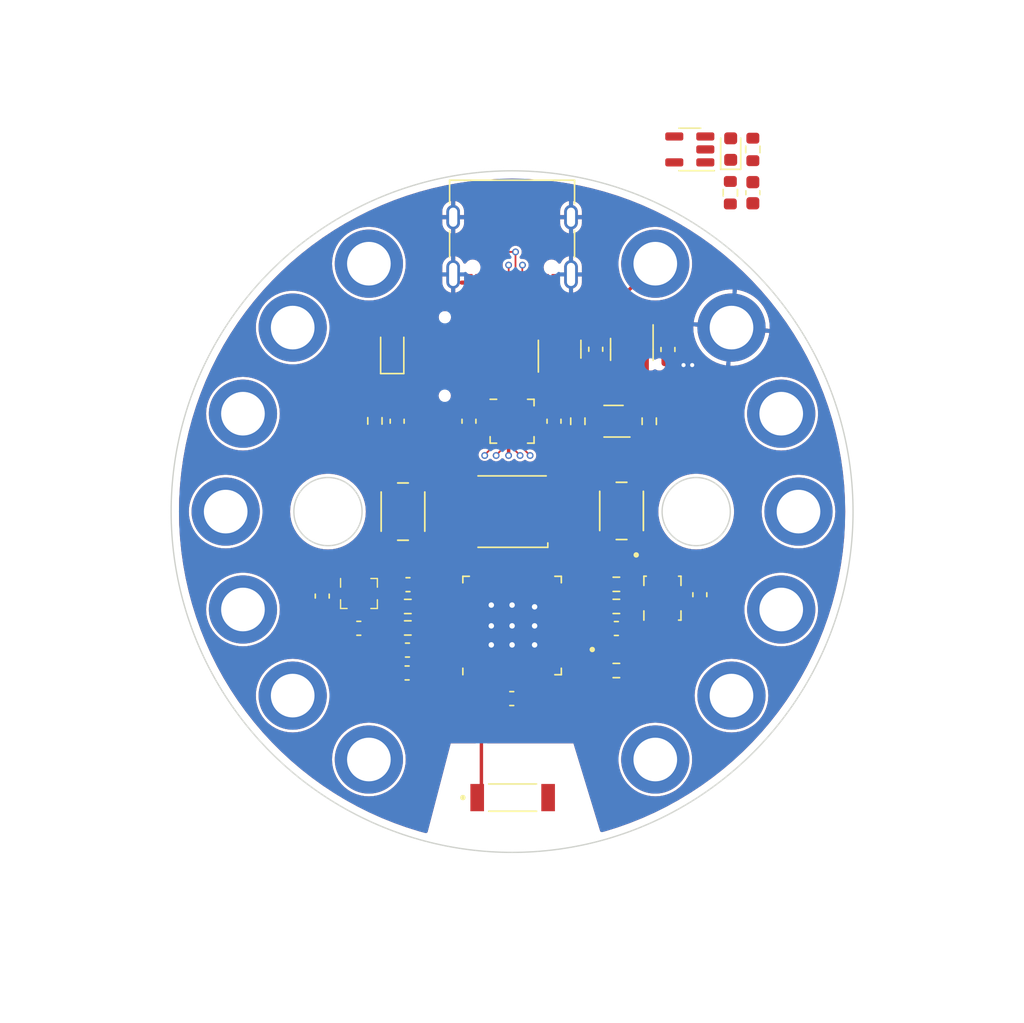
<source format=kicad_pcb>
(kicad_pcb (version 20221018) (generator pcbnew)
  (title_block (title "OpenWear") (date "2023-10-14") (rev "V 0.2") (company "Zhejiang University") (comment 1 "DTB Lab") (comment 2 "https://github.com/anxndsgn/OpenWear") (comment 3 "CC-BY-SA 3.0") (comment 4 "Xin An"))
  (layers (0 "F.Cu" signal) (1 "In1.Cu" signal) (2 "In2.Cu" signal) (31 "B.Cu" mixed) (34 "B.Paste" user) (35 "F.Paste" user) (36 "B.SilkS" user "B.Silkscreen") (37 "F.SilkS" user "F.Silkscreen") (38 "B.Mask" user) (39 "F.Mask" user) (44 "Edge.Cuts" user))
  (net 0 "")
  (net 1 "GND")
  (net 2 "VBUS")
  (net 4 "/D+")
  (net 5 "/D-")
  (net 8 "+3V3")
  (net 9 "Net-(U1-LNA_IN)")
  (net 11 "/NEOPIXEL")
  (net 16 "Net-(U5-PROG)")
  (net 18 "LIGHT_SENSOR")
  (net 21 "/IO25")
  (net 22 "/IO26")
  (net 23 "/IO27")
  (net 24 "/IO14")
  (net 25 "/IO12")
  (net 26 "/IO13")
  (net 27 "/IO15")
  (net 28 "/IO2")
  (net 29 "/IO4")
  (net 30 "VCC")
  (net 31 "/SCL1")
  (net 36 "/SDA1")
  (net 41 "/SCL")
  (net 42 "/SDA")
  (net 44 "/IO21")
  (net 45 "/IO22")
  (net 46 "Net-(Q1A-B1)")
  (net 52 "/EN")
  (net 53 "/IO0")
  (net 54 "Net-(Q1B-B2)")
  (net 55 "+3.3V")
  (net 56 "NEOPIXEL_I2C_POWER")
  (net 63 "/TX")
  (net 64 "/RX")
  (net 65 "/DTR")
  (net 66 "/RTS")
  (net 67 "+5V")
  (net 68 "+BATT")
  (net 70 "Net-(D3-K)")
  (net 71 "Net-(D3-A)")
  (footprint "Resistor_SMD:R_0603_1608Metric" (layer "F.Cu") (at 160.05665 83.3706 90)
    (fp_text reference "R4" hide)
    (fp_text value "10K")
    (fp_line (start -0.237258 -0.5225) (end 0.237258 -0.5225) (stroke (width 0.12)) (layer "F.SilkS"))
    (fp_line (start -0.237258 0.5225) (end 0.237258 0.5225) (stroke (width 0.12)) (layer "F.SilkS"))
    (pad "1" smd roundrect (at -0.825 0 90) (size 0.8 0.95) (layers "F.Cu" "F.Paste" "F.Mask") (net 66 "/RTS"))
    (pad "2" smd roundrect (at 0.825 0 90) (size 0.8 0.95) (layers "F.Cu" "F.Paste" "F.Mask") (net 54 "Net-(Q1B-B2)"))
  )
  (footprint "ALS-PT19-315C_L177_TR8:XDCR_ALS-PT19-315C_L177_TR8" (layer "F.Cu") (at 157.6285 100.11745)
    (fp_text reference "A1" hide)
    (fp_text value "ALS-PT19-315C_L177_TR8" hide)
    (fp_circle (center -1.75 0) (end -1.65 0) (stroke (width 0.2)) (fill none) (layer "F.SilkS"))
    (pad "1" smd rect (at -0.75 0) (size 0.8 0.8) (layers "F.Cu" "F.Paste" "F.Mask") (net 8 "+3V3"))
    (pad "2" smd rect (at 0.75 0) (size 0.8 0.8) (layers "F.Cu" "F.Paste" "F.Mask") (net 18 "LIGHT_SENSOR"))
  )
  (footprint "Capacitor_SMD:C_0603_1608Metric" (layer "F.Cu") (at 136.0808 96.1976 90)
    (fp_text reference "C9" hide)
    (fp_text value "100nF")
    (fp_line (start -0.14058 -0.51) (end 0.14058 -0.51) (stroke (width 0.12)) (layer "F.SilkS"))
    (fp_line (start -0.14058 0.51) (end 0.14058 0.51) (stroke (width 0.12)) (layer "F.SilkS"))
    (pad "1" smd roundrect (at -0.775 0 90) (size 0.9 0.95) (layers "F.Cu" "F.Paste" "F.Mask") (net 8 "+3V3"))
    (pad "2" smd roundrect (at 0.775 0 90) (size 0.9 0.95) (layers "F.Cu" "F.Paste" "F.Mask") (net 1 "GND"))
  )
  (footprint "Capacitor_SMD:C_0603_1608Metric" (layer "F.Cu") (at 142.3292 100.16)
    (fp_text reference "C12" hide)
    (fp_text value "100nF")
    (fp_line (start -0.14058 -0.51) (end 0.14058 -0.51) (stroke (width 0.12)) (layer "F.SilkS"))
    (fp_line (start -0.14058 0.51) (end 0.14058 0.51) (stroke (width 0.12)) (layer "F.SilkS"))
    (pad "1" smd roundrect (at -0.775 0) (size 0.9 0.95) (layers "F.Cu" "F.Paste" "F.Mask") (net 1 "GND"))
    (pad "2" smd roundrect (at 0.775 0) (size 0.9 0.95) (layers "F.Cu" "F.Paste" "F.Mask") (net 8 "+3V3"))
  )
  (footprint "Capacitor_SMD:C_0603_1608Metric" (layer "F.Cu") (at 163.7668 96.096 90)
    (fp_text reference "C8" hide)
    (fp_text value "100nF")
    (fp_line (start -0.14058 -0.51) (end 0.14058 -0.51) (stroke (width 0.12)) (layer "F.SilkS"))
    (fp_line (start -0.14058 0.51) (end 0.14058 0.51) (stroke (width 0.12)) (layer "F.SilkS"))
    (pad "1" smd roundrect (at -0.775 0 90) (size 0.9 0.95) (layers "F.Cu" "F.Paste" "F.Mask") (net 8 "+3V3"))
    (pad "2" smd roundrect (at 0.775 0 90) (size 0.9 0.95) (layers "F.Cu" "F.Paste" "F.Mask") (net 1 "GND"))
  )
  (footprint "Package_TO_SOT_SMD:SOT-23" (layer "F.Cu") (at 153.486084 78.085105 90)
    (fp_text reference "Q2" hide)
    (fp_text value "DMG3415U" hide)
    (fp_line (start 0 -1.56) (end -1.675 -1.56) (stroke (width 0.12)) (layer "F.SilkS"))
    (fp_line (start 0 -1.56) (end 0.65 -1.56) (stroke (width 0.12)) (layer "F.SilkS"))
    (fp_line (start 0 1.56) (end -0.65 1.56) (stroke (width 0.12)) (layer "F.SilkS"))
    (fp_line (start 0 1.56) (end 0.65 1.56) (stroke (width 0.12)) (layer "F.SilkS"))
    (pad "1" smd roundrect (at -0.9375 -0.95 90) (size 1.475 0.6) (layers "F.Cu" "F.Paste" "F.Mask") (net 67 "+5V"))
    (pad "2" smd roundrect (at -0.9375 0.95 90) (size 1.475 0.6) (layers "F.Cu" "F.Paste" "F.Mask") (net 30 "VCC"))
    (pad "3" smd roundrect (at 0.9375 0 90) (size 1.475 0.6) (layers "F.Cu" "F.Paste" "F.Mask") (net 68 "+BATT"))
  )
  (footprint "Capacitor_SMD:C_0603_1608Metric" (layer "F.Cu") (at 142.3038 101.8364)
    (fp_text reference "C13" hide)
    (fp_text value "100nF")
    (fp_line (start -0.14058 -0.51) (end 0.14058 -0.51) (stroke (width 0.12)) (layer "F.SilkS"))
    (fp_line (start -0.14058 0.51) (end 0.14058 0.51) (stroke (width 0.12)) (layer "F.SilkS"))
    (pad "1" smd roundrect (at -0.775 0) (size 0.9 0.95) (layers "F.Cu" "F.Paste" "F.Mask") (net 1 "GND"))
    (pad "2" smd roundrect (at 0.775 0) (size 0.9 0.95) (layers "F.Cu" "F.Paste" "F.Mask") (net 8 "+3V3"))
  )
  (footprint "RING:RING" (layer "F.Cu") (at 150 90)
    (fp_text reference "J2" hide)
    (fp_text value "Connector" hide)
    (pad "1" thru_hole circle (at -10.5 -18.186533 300) (size 5 5) (drill 3.2) (layers "*.Cu" "*.Mask") (net 8 "+3V3"))
    (pad "2" thru_hole circle (at -16.086933 -13.49854 320) (size 5 5) (drill 3.2) (layers "*.Cu" "*.Mask") (net 29 "/IO4"))
    (pad "3" thru_hole circle (at -19.733545 -7.182423 340) (size 5 5) (drill 3.2) (layers "*.Cu" "*.Mask") (net 28 "/IO2"))
    (pad "4" thru_hole circle (at -21 0) (size 5 5) (drill 3.2) (layers "*.Cu" "*.Mask") (net 31 "/SCL1"))
    (pad "5" thru_hole circle (at -19.733545 7.182423 20) (size 5 5) (drill 3.2) (layers "*.Cu" "*.Mask") (net 36 "/SDA1"))
    (pad "6" thru_hole circle (at -16.086933 13.49854 40) (size 5 5) (drill 3.2) (layers "*.Cu" "*.Mask") (net 22 "/IO26"))
    (pad "7" thru_hole circle (at -10.5 18.186533 60) (size 5 5) (drill 3.2) (layers "*.Cu" "*.Mask") (net 21 "/IO25"))
    (pad "8" thru_hole circle (at 10.5 18.186533 120) (size 5 5) (drill 3.2) (layers "*.Cu" "*.Mask") (net 23 "/IO27"))
    (pad "9" thru_hole circle (at 16.086933 13.49854 140) (size 5 5) (drill 3.2) (layers "*.Cu" "*.Mask") (net 24 "/IO14"))
    (pad "10" thru_hole circle (at 19.733545 7.182423 160) (size 5 5) (drill 3.2) (layers "*.Cu" "*.Mask") (net 25 "/IO12"))
    (pad "11" thru_hole circle (at 21 0 180) (size 5 5) (drill 3.2) (layers "*.Cu" "*.Mask") (net 26 "/IO13"))
    (pad "12" thru_hole circle (at 19.733545 -7.182423 200) (size 5 5) (drill 3.2) (layers "*.Cu" "*.Mask") (net 27 "/IO15"))
    (pad "13" thru_hole circle (at 16.086933 -13.49854 220) (size 5 5) (drill 3.2) (layers "*.Cu" "*.Mask") (net 1 "GND"))
    (pad "14" thru_hole circle (at 10.5 -18.186533 240) (size 5 5) (drill 3.2) (layers "*.Cu" "*.Mask") (net 30 "VCC"))
  )
  (footprint "Package_LGA:Bosch_LGA-8_2x2.5mm_P0.65mm_ClockwisePinNumbering" (layer "F.Cu") (at 138.7732 96.007)
    (fp_text reference "U2" hide)
    (fp_text value "BMP280" hide)
    (fp_line (start -1.35 -0.46) (end -1.35 -1.1) (stroke (width 0.1)) (layer "F.SilkS"))
    (fp_line (start -1.35 1.1) (end -1.35 0.46) (stroke (width 0.1)) (layer "F.SilkS"))
    (fp_line (start -1.35 1.1) (end -0.87 1.1) (stroke (width 0.1)) (layer "F.SilkS"))
    (fp_line (start 0.87 -1.1) (end 1.35 -1.1) (stroke (width 0.1)) (layer "F.SilkS"))
    (fp_line (start 0.87 1.1) (end 1.35 1.1) (stroke (width 0.1)) (layer "F.SilkS"))
    (fp_line (start 1.35 -0.46) (end 1.35 -1.1) (stroke (width 0.1)) (layer "F.SilkS"))
    (fp_line (start 1.35 1.1) (end 1.35 0.46) (stroke (width 0.1)) (layer "F.SilkS"))
    (pad "1" smd rect (at -0.975 -0.8 90) (size 0.5 0.35) (layers "F.Cu" "F.Paste" "F.Mask") (net 1 "GND"))
    (pad "2" smd rect (at -0.325 -0.8 90) (size 0.5 0.35) (layers "F.Cu" "F.Paste" "F.Mask") (net 8 "+3V3"))
    (pad "3" smd rect (at 0.325 -0.8 90) (size 0.5 0.35) (layers "F.Cu" "F.Paste" "F.Mask") (net 42 "/SDA"))
    (pad "4" smd rect (at 0.975 -0.8 90) (size 0.5 0.35) (layers "F.Cu" "F.Paste" "F.Mask") (net 41 "/SCL"))
    (pad "5" smd rect (at 0.975 0.8 90) (size 0.5 0.35) (layers "F.Cu" "F.Paste" "F.Mask") (net 1 "GND"))
    (pad "6" smd rect (at 0.325 0.8 90) (size 0.5 0.35) (layers "F.Cu" "F.Paste" "F.Mask") (net 8 "+3V3"))
    (pad "7" smd rect (at -0.325 0.8 90) (size 0.5 0.35) (layers "F.Cu" "F.Paste" "F.Mask") (net 1 "GND"))
    (pad "8" smd rect (at -0.975 0.8 90) (size 0.5 0.35) (layers "F.Cu" "F.Paste" "F.Mask") (net 8 "+3V3"))
  )
  (footprint "Resistor_SMD:R_0603_1608Metric" (layer "F.Cu") (at 142.3546 98.5344)
    (fp_text reference "R9" hide)
    (fp_text value "0")
    (fp_line (start -0.237258 -0.5225) (end 0.237258 -0.5225) (stroke (width 0.12)) (layer "F.SilkS"))
    (fp_line (start -0.237258 0.5225) (end 0.237258 0.5225) (stroke (width 0.12)) (layer "F.SilkS"))
    (pad "1" smd roundrect (at -0.825 0) (size 0.8 0.95) (layers "F.Cu" "F.Paste" "F.Mask") (net 42 "/SDA"))
    (pad "2" smd roundrect (at 0.825 0) (size 0.8 0.95) (layers "F.Cu" "F.Paste" "F.Mask") (net 44 "/IO21"))
  )
  (footprint "TL3365AF180QG:SW_TL3365AF180QG" (layer "F.Cu") (at 142 90 -90)
    (fp_text reference "S1" hide)
    (fp_text value "TL3365AF180QG" hide)
    (fp_line (start -2.1 -0.3865) (end -2.1 0.3865) (stroke (width 0.127)) (layer "F.SilkS"))
    (fp_line (start -1.4365 1.6) (end 1.4365 1.6) (stroke (width 0.127)) (layer "F.SilkS"))
    (fp_line (start 1.4365 -1.6) (end -1.4365 -1.6) (stroke (width 0.127)) (layer "F.SilkS"))
    (fp_line (start 2.1 0.3865) (end 2.1 -0.3865) (stroke (width 0.127)) (layer "F.SilkS"))
    (pad "1" smd rect (at -2.25 1.075 270) (size 1 0.75) (layers "F.Cu" "F.Paste" "F.Mask") (net 52 "/EN"))
    (pad "2" smd rect (at 2.25 1.075 270) (size 1 0.75) (layers "F.Cu" "F.Paste" "F.Mask"))
    (pad "3" smd rect (at -2.25 -1.075 270) (size 1 0.75) (layers "F.Cu" "F.Paste" "F.Mask"))
    (pad "4" smd rect (at 2.25 -1.075 270) (size 1 0.75) (layers "F.Cu" "F.Paste" "F.Mask") (net 1 "GND"))
  )
  (footprint "Package_TO_SOT_SMD:SOT-363_SC-70-6" (layer "F.Cu") (at 157.4389 83.3706 180)
    (fp_text reference "Q1" hide)
    (fp_text value "BC847B" hide)
    (fp_line (start -0.7 1.16) (end 0.7 1.16) (stroke (width 0.12)) (layer "F.SilkS"))
    (fp_line (start 0.7 -1.16) (end -1.2 -1.16) (stroke (width 0.12)) (layer "F.SilkS"))
    (pad "1" smd rect (at -0.95 -0.65 180) (size 0.65 0.4) (layers "F.Cu" "F.Paste" "F.Mask") (net 66 "/RTS"))
    (pad "2" smd rect (at -0.95 0 180) (size 0.65 0.4) (layers "F.Cu" "F.Paste" "F.Mask") (net 46 "Net-(Q1A-B1)"))
    (pad "3" smd rect (at -0.95 0.65 180) (size 0.65 0.4) (layers "F.Cu" "F.Paste" "F.Mask") (net 53 "/IO0"))
    (pad "4" smd rect (at 0.95 0.65 180) (size 0.65 0.4) (layers "F.Cu" "F.Paste" "F.Mask") (net 65 "/DTR"))
    (pad "5" smd rect (at 0.95 0 180) (size 0.65 0.4) (layers "F.Cu" "F.Paste" "F.Mask") (net 54 "Net-(Q1B-B2)"))
    (pad "6" smd rect (at 0.95 -0.65 180) (size 0.65 0.4) (layers "F.Cu" "F.Paste" "F.Mask") (net 52 "/EN"))
  )
  (footprint "Resistor_SMD:R_0603_1608Metric" (layer "F.Cu") (at 142.3546 96.9596)
    (fp_text reference "R10" hide)
    (fp_text value "0")
    (fp_line (start -0.237258 -0.5225) (end 0.237258 -0.5225) (stroke (width 0.12)) (layer "F.SilkS"))
    (fp_line (start -0.237258 0.5225) (end 0.237258 0.5225) (stroke (width 0.12)) (layer "F.SilkS"))
    (pad "1" smd roundrect (at -0.825 0) (size 0.8 0.95) (layers "F.Cu" "F.Paste" "F.Mask") (net 41 "/SCL"))
    (pad "2" smd roundrect (at 0.825 0) (size 0.8 0.95) (layers "F.Cu" "F.Paste" "F.Mask") (net 45 "/IO22"))
  )
  (footprint "YC0010AA:XCVR_YC0010AA" (layer "F.Cu") (at 150.0416 110.9804)
    (fp_text reference "E1" hide)
    (fp_text value "Antenna")
    (fp_line (start -1.75 -1) (end 1.75 -1) (stroke (width 0.127)) (layer "F.SilkS"))
    (fp_line (start -1.75 1) (end 1.75 1) (stroke (width 0.127)) (layer "F.SilkS"))
    (fp_circle (center -3.65 0) (end -3.55 0) (stroke (width 0.2)) (fill none) (layer "F.SilkS"))
    (pad "1" smd rect (at -2.6 0) (size 1 2) (layers "F.Cu" "F.Paste" "F.Mask") (net 9 "Net-(U1-LNA_IN)"))
    (pad "2" smd rect (at 2.6 0) (size 1 2) (layers "F.Cu" "F.Paste" "F.Mask"))
    (zone (net 0) (net_name "") (layer "F.Cu") (connect_pads (clearance 0)) (min_thickness 0.01)
      (keepout (tracks not_allowed) (vias not_allowed) (pads not_allowed) (copperpour not_allowed) (footprints allowed))
      (fill (thermal_gap 0.508) (thermal_bridge_width 0.508))
      (polygon (pts (xy 147.9416 109.9804) (xy 152.1416 109.9804) (xy 152.1416 111.9804) (xy 147.9416 111.9804)))
    )
  )
  (footprint "Capacitor_SMD:C_0603_1608Metric" (layer "F.Cu") (at 146.8379 83.3706 90)
    (fp_text reference "C4" hide)
    (fp_text value "100nF")
    (fp_line (start -0.14058 -0.51) (end 0.14058 -0.51) (stroke (width 0.12)) (layer "F.SilkS"))
    (fp_line (start -0.14058 0.51) (end 0.14058 0.51) (stroke (width 0.12)) (layer "F.SilkS"))
    (pad "1" smd roundrect (at -0.775 0 90) (size 0.9 0.95) (layers "F.Cu" "F.Paste" "F.Mask") (net 8 "+3V3"))
    (pad "2" smd roundrect (at 0.775 0 90) (size 0.9 0.95) (layers "F.Cu" "F.Paste" "F.Mask") (net 1 "GND"))
  )
  (footprint "Package_TO_SOT_SMD:SOT-23-5" (layer "F.Cu") (at 163.0302 63.4316 180)
    (fp_text reference "U5" hide)
    (fp_text value "MCP73831-2-OT" hide)
    (fp_line (start 0 -1.56) (end -1.8 -1.56) (stroke (width 0.12)) (layer "F.SilkS"))
    (fp_line (start 0 -1.56) (end 0.8 -1.56) (stroke (width 0.12)) (layer "F.SilkS"))
    (fp_line (start 0 1.56) (end -0.8 1.56) (stroke (width 0.12)) (layer "F.SilkS"))
    (fp_line (start 0 1.56) (end 0.8 1.56) (stroke (width 0.12)) (layer "F.SilkS"))
    (pad "1" smd roundrect (at -1.1375 -0.95 180) (size 1.325 0.6) (layers "F.Cu" "F.Paste" "F.Mask") (net 70 "Net-(D3-K)"))
    (pad "2" smd roundrect (at -1.1375 0 180) (size 1.325 0.6) (layers "F.Cu" "F.Paste" "F.Mask") (net 1 "GND"))
    (pad "3" smd roundrect (at -1.1375 0.95 180) (size 1.325 0.6) (layers "F.Cu" "F.Paste" "F.Mask") (net 68 "+BATT"))
    (pad "4" smd roundrect (at 1.1375 0.95 180) (size 1.325 0.6) (layers "F.Cu" "F.Paste" "F.Mask") (net 67 "+5V"))
    (pad "5" smd roundrect (at 1.1375 -0.95 180) (size 1.325 0.6) (layers "F.Cu" "F.Paste" "F.Mask") (net 16 "Net-(U5-PROG)"))
  )
  (footprint "Capacitor_SMD:C_0603_1608Metric" (layer "F.Cu") (at 161.427516 78.10786 90)
    (fp_text reference "C2" hide)
    (fp_text value "100nF" hide)
    (fp_line (start -0.14058 -0.51) (end 0.14058 -0.51) (stroke (width 0.12)) (layer "F.SilkS"))
    (fp_line (start -0.14058 0.51) (end 0.14058 0.51) (stroke (width 0.12)) (layer "F.SilkS"))
    (pad "1" smd roundrect (at -0.775 0 90) (size 0.9 0.95) (layers "F.Cu" "F.Paste" "F.Mask") (net 8 "+3V3"))
    (pad "2" smd roundrect (at 0.775 0 90) (size 0.9 0.95) (layers "F.Cu" "F.Paste" "F.Mask") (net 1 "GND"))
  )
  (footprint "Connector_USB:USB_C_Receptacle_G-Switch_GT-USB-7010ASV" (layer "F.Cu") (at 150 69.4768 180)
    (fp_text reference "J1" hide)
    (fp_text value "USB_C" hide)
    (fp_line (start -4.58 -1.85) (end -4.58 0.07) (stroke (width 0.12)) (layer "F.SilkS"))
    (fp_line (start -4.58 3.785) (end -4.58 2.08) (stroke (width 0.12)) (layer "F.SilkS"))
    (fp_line (start 4.58 0.07) (end 4.58 -1.85) (stroke (width 0.12)) (layer "F.SilkS"))
    (fp_line (start 4.58 2.08) (end 4.58 3.785) (stroke (width 0.12)) (layer "F.SilkS"))
    (fp_line (start 4.58 3.785) (end -4.58 3.785) (stroke (width 0.12)) (layer "F.SilkS"))
    (pad "" np_thru_hole circle (at -2.89 -2.605 180) (size 0.65 0.65) (drill 0.65) (layers "*.Cu" "*.Mask"))
    (pad "" np_thru_hole circle (at 2.89 -2.605 180) (size 0.65 0.65) (drill 0.65) (layers "*.Cu" "*.Mask"))
    (pad "A1" smd rect (at -3.2 -3.725 180) (size 0.6 1.24) (layers "F.Cu" "F.Paste" "F.Mask") (net 1 "GND"))
    (pad "A4" smd rect (at -2.4 -3.725 180) (size 0.6 1.24) (layers "F.Cu" "F.Paste" "F.Mask") (net 2 "VBUS"))
    (pad "A5" smd rect (at -1.25 -3.725 180) (size 0.3 1.24) (layers "F.Cu" "F.Paste" "F.Mask"))
    (pad "A6" smd rect (at -0.25 -3.725 180) (size 0.3 1.24) (layers "F.Cu" "F.Paste" "F.Mask") (net 4 "/D+"))
    (pad "A7" smd rect (at 0.25 -3.725 180) (size 0.3 1.24) (layers "F.Cu" "F.Paste" "F.Mask") (net 5 "/D-"))
    (pad "A8" smd rect (at 1.25 -3.725 180) (size 0.3 1.24) (layers "F.Cu" "F.Paste" "F.Mask"))
    (pad "A9" smd rect (at 2.4 -3.725 180) (size 0.6 1.24) (layers "F.Cu" "F.Paste" "F.Mask") (net 2 "VBUS"))
    (pad "A12" smd rect (at 3.2 -3.725 180) (size 0.6 1.24) (layers "F.Cu" "F.Paste" "F.Mask") (net 1 "GND"))
    (pad "B1" smd rect (at 3.2 -3.725 180) (size 0.6 1.24) (layers "F.Cu" "F.Paste" "F.Mask") (net 1 "GND"))
    (pad "B4" smd rect (at 2.4 -3.725 180) (size 0.6 1.24) (layers "F.Cu" "F.Paste" "F.Mask") (net 2 "VBUS"))
    (pad "B5" smd rect (at 1.75 -3.725 180) (size 0.3 1.24) (layers "F.Cu" "F.Paste" "F.Mask"))
    (pad "B6" smd rect (at 0.75 -3.725 180) (size 0.3 1.24) (layers "F.Cu" "F.Paste" "F.Mask") (net 4 "/D+"))
    (pad "B7" smd rect (at -0.75 -3.725 180) (size 0.3 1.24) (layers "F.Cu" "F.Paste" "F.Mask") (net 5 "/D-"))
    (pad "B8" smd rect (at -1.75 -3.725 180) (size 0.3 1.24) (layers "F.Cu" "F.Paste" "F.Mask"))
    (pad "B9" smd rect (at -2.4 -3.725 180) (size 0.6 1.24) (layers "F.Cu" "F.Paste" "F.Mask") (net 2 "VBUS"))
    (pad "B12" smd rect (at -3.2 -3.725 180) (size 0.6 1.24) (layers "F.Cu" "F.Paste" "F.Mask") (net 1 "GND"))
    (pad "S1" thru_hole oval (at -4.32 -3.125 180) (size 1 2.1) (drill oval 0.6 1.7) (layers "*.Cu" "*.Mask") (net 1 "GND"))
    (pad "S1" thru_hole oval (at -4.32 1.075 180) (size 1 1.8) (drill oval 0.6 1.4) (layers "*.Cu" "*.Mask") (net 1 "GND"))
    (pad "S1" thru_hole oval (at 4.32 -3.125 180) (size 1 2.1) (drill oval 0.6 1.7) (layers "*.Cu" "*.Mask") (net 1 "GND"))
    (pad "S1" thru_hole oval (at 4.32 1.075 180) (size 1 1.8) (drill oval 0.6 1.4) (layers "*.Cu" "*.Mask") (net 1 "GND"))
  )
  (footprint "Resistor_SMD:R_0603_1608Metric" (layer "F.Cu") (at 166.002 66.6066 -90)
    (fp_text reference "R2" hide)
    (fp_text value "4.7K")
    (fp_line (start -0.237258 -0.5225) (end 0.237258 -0.5225) (stroke (width 0.12)) (layer "F.SilkS"))
    (fp_line (start -0.237258 0.5225) (end 0.237258 0.5225) (stroke (width 0.12)) (layer "F.SilkS"))
    (pad "1" smd roundrect (at -0.825 0 270) (size 0.8 0.95) (layers "F.Cu" "F.Paste" "F.Mask") (net 68 "+BATT"))
    (pad "2" smd roundrect (at 0.825 0 270) (size 0.8 0.95) (layers "F.Cu" "F.Paste" "F.Mask") (net 16 "Net-(U5-PROG)"))
  )
  (footprint "Package_LGA:LGA-14_3x2.5mm_P0.5mm_LayoutBorder3x4y" (layer "F.Cu") (at 161.0236 96.35 90)
    (fp_text reference "U6" hide)
    (fp_text value "LSM6DS3" hide)
    (fp_line (start -1.61 1.36) (end -1.61 1.185) (stroke (width 0.12)) (layer "F.SilkS"))
    (fp_line (start -0.935 -1.36) (end -1.61 -1.36) (stroke (width 0.12)) (layer "F.SilkS"))
    (fp_line (start -0.935 1.36) (end -1.61 1.36) (stroke (width 0.12)) (layer "F.SilkS"))
    (fp_line (start 0.935 -1.36) (end 1.61 -1.36) (stroke (width 0.12)) (layer "F.SilkS"))
    (fp_line (start 0.935 1.36) (end 1.61 1.36) (stroke (width 0.12)) (layer "F.SilkS"))
    (fp_line (start 1.61 -1.36) (end 1.61 -1.185) (stroke (width 0.12)) (layer "F.SilkS"))
    (fp_line (start 1.61 1.36) (end 1.61 1.185) (stroke (width 0.12)) (layer "F.SilkS"))
    (pad "1" smd roundrect (at -1.1625 -0.75 90) (size 0.625 0.35) (layers "F.Cu" "F.Paste" "F.Mask"))
    (pad "2" smd roundrect (at -1.1625 -0.25 90) (size 0.625 0.35) (layers "F.Cu" "F.Paste" "F.Mask"))
    (pad "3" smd roundrect (at -1.1625 0.25 90) (size 0.625 0.35) (layers "F.Cu" "F.Paste" "F.Mask"))
    (pad "4" smd roundrect (at -1.1625 0.75 90) (size 0.625 0.35) (layers "F.Cu" "F.Paste" "F.Mask"))
    (pad "5" smd roundrect (at -0.5 0.9125 90) (size 0.35 0.625) (layers "F.Cu" "F.Paste" "F.Mask") (net 8 "+3V3"))
    (pad "6" smd roundrect (at 0 0.9125 90) (size 0.35 0.625) (layers "F.Cu" "F.Paste" "F.Mask") (net 1 "GND"))
    (pad "7" smd roundrect (at 0.5 0.9125 90) (size 0.35 0.625) (layers "F.Cu" "F.Paste" "F.Mask") (net 1 "GND"))
    (pad "8" smd roundrect (at 1.1625 0.75 90) (size 0.625 0.35) (layers "F.Cu" "F.Paste" "F.Mask") (net 8 "+3V3"))
    (pad "9" smd roundrect (at 1.1625 0.25 90) (size 0.625 0.35) (layers "F.Cu" "F.Paste" "F.Mask"))
    (pad "10" smd roundrect (at 1.1625 -0.25 90) (size 0.625 0.35) (layers "F.Cu" "F.Paste" "F.Mask"))
    (pad "11" smd roundrect (at 1.1625 -0.75 90) (size 0.625 0.35) (layers "F.Cu" "F.Paste" "F.Mask"))
    (pad "12" smd roundrect (at 0.5 -0.9125 90) (size 0.35 0.625) (layers "F.Cu" "F.Paste" "F.Mask"))
    (pad "13" smd roundrect (at 0 -0.9125 90) (size 0.35 0.625) (layers "F.Cu" "F.Paste" "F.Mask") (net 41 "/SCL"))
    (pad "14" smd roundrect (at -0.5 -0.9125 90) (size 0.35 0.625) (layers "F.Cu" "F.Paste" "F.Mask") (net 42 "/SDA"))
  )
  (footprint "Capacitor_SMD:C_0603_1608Metric" (layer "F.Cu") (at 149.9746 103.716 180)
    (fp_text reference "C11" hide)
    (fp_text value "100nF")
    (fp_line (start -0.14058 -0.51) (end 0.14058 -0.51) (stroke (width 0.12)) (layer "F.SilkS"))
    (fp_line (start -0.14058 0.51) (end 0.14058 0.51) (stroke (width 0.12)) (layer "F.SilkS"))
    (pad "1" smd roundrect (at -0.775 0 180) (size 0.9 0.95) (layers "F.Cu" "F.Paste" "F.Mask") (net 1 "GND"))
    (pad "2" smd roundrect (at 0.775 0 180) (size 0.9 0.95) (layers "F.Cu" "F.Paste" "F.Mask") (net 8 "+3V3"))
  )
  (footprint "Capacitor_SMD:C_0603_1608Metric" (layer "F.Cu") (at 156.133226 78.09269 90)
    (fp_text reference "C1" hide)
    (fp_text value "100nF" hide)
    (fp_line (start -0.14058 -0.51) (end 0.14058 -0.51) (stroke (width 0.12)) (layer "F.SilkS"))
    (fp_line (start -0.14058 0.51) (end 0.14058 0.51) (stroke (width 0.12)) (layer "F.SilkS"))
    (pad "1" smd roundrect (at -0.775 0 90) (size 0.9 0.95) (layers "F.Cu" "F.Paste" "F.Mask") (net 30 "VCC"))
    (pad "2" smd roundrect (at 0.775 0 90) (size 0.9 0.95) (layers "F.Cu" "F.Paste" "F.Mask") (net 1 "GND"))
  )
  (footprint "LED_SMD:LED_Inolux_IN-PI554FCH_PLCC4_5.0x5.0mm_P3.2mm" (layer "F.Cu") (at 150 90 180)
    (fp_text reference "D1" hide)
    (fp_text value "Inolux_IN-PI554FCH" hide)
    (fp_line (start -2.62 -2.62) (end 2.5 -2.62) (stroke (width 0.12)) (layer "F.SilkS"))
    (fp_line (start -2.62 -2.3) (end -2.62 -2.62) (stroke (width 0.12)) (layer "F.SilkS"))
    (fp_line (start -2.5 2.62) (end 2.5 2.62) (stroke (width 0.12)) (layer "F.SilkS"))
    (pad "1" smd rect (at -2.45 -1.6 180) (size 1.5 1) (layers "F.Cu" "F.Paste" "F.Mask") (net 1 "GND"))
    (pad "2" smd rect (at -2.45 1.6 180) (size 1.5 1) (layers "F.Cu" "F.Paste" "F.Mask") (net 11 "/NEOPIXEL"))
    (pad "3" smd rect (at 2.45 1.6 180) (size 1.5 1) (layers "F.Cu" "F.Paste" "F.Mask") (net 56 "NEOPIXEL_I2C_POWER"))
    (pad "4" smd rect (at 2.45 -1.6 180) (size 1.5 1) (layers "F.Cu" "F.Paste" "F.Mask"))
  )
  (footprint "Package_TO_SOT_SMD:SOT-23-5" (layer "F.Cu") (at 158.780368 78.100275 -90)
    (fp_text reference "U4" hide)
    (fp_text value "TLV70233_SOT23-5" hide)
    (fp_line (start 0 -1.56) (end -1.8 -1.56) (stroke (width 0.12)) (layer "F.SilkS"))
    (fp_line (start 0 -1.56) (end 0.8 -1.56) (stroke (width 0.12)) (layer "F.SilkS"))
    (fp_line (start 0 1.56) (end -0.8 1.56) (stroke (width 0.12)) (layer "F.SilkS"))
    (fp_line (start 0 1.56) (end 0.8 1.56) (stroke (width 0.12)) (layer "F.SilkS"))
    (pad "1" smd roundrect (at -1.1375 -0.95 270) (size 1.325 0.6) (layers "F.Cu" "F.Paste" "F.Mask") (net 30 "VCC"))
    (pad "2" smd roundrect (at -1.1375 0 270) (size 1.325 0.6) (layers "F.Cu" "F.Paste" "F.Mask") (net 1 "GND"))
    (pad "3" smd roundrect (at -1.1375 0.95 270) (size 1.325 0.6) (layers "F.Cu" "F.Paste" "F.Mask") (net 30 "VCC"))
    (pad "4" smd roundrect (at 1.1375 0.95 270) (size 1.325 0.6) (layers "F.Cu" "F.Paste" "F.Mask"))
    (pad "5" smd roundrect (at 1.1375 -0.95 270) (size 1.325 0.6) (layers "F.Cu" "F.Paste" "F.Mask") (net 8 "+3V3"))
  )
  (footprint "LED_SMD:LED_0603_1608Metric" (layer "F.Cu") (at 166.0274 63.4062 90)
    (fp_text reference "D3" hide)
    (fp_text value "LED" hide)
    (fp_line (start -1.485 -0.735) (end -1.485 0.735) (stroke (width 0.12)) (layer "F.SilkS"))
    (fp_line (start -1.485 0.735) (end 0.8 0.735) (stroke (width 0.12)) (layer "F.SilkS"))
    (fp_line (start 0.8 -0.735) (end -1.485 -0.735) (stroke (width 0.12)) (layer "F.SilkS"))
    (pad "1" smd roundrect (at -0.7875 0 90) (size 0.875 0.95) (layers "F.Cu" "F.Paste" "F.Mask") (net 70 "Net-(D3-K)"))
    (pad "2" smd roundrect (at 0.7875 0 90) (size 0.875 0.95) (layers "F.Cu" "F.Paste" "F.Mask") (net 71 "Net-(D3-A)"))
  )
  (footprint "Resistor_SMD:R_0603_1608Metric" (layer "F.Cu") (at 154.82115 83.3706 -90)
    (fp_text reference "R3" hide)
    (fp_text value "10K")
    (fp_line (start -0.237258 -0.5225) (end 0.237258 -0.5225) (stroke (width 0.12)) (layer "F.SilkS"))
    (fp_line (start -0.237258 0.5225) (end 0.237258 0.5225) (stroke (width 0.12)) (layer "F.SilkS"))
    (pad "1" smd roundrect (at -0.825 0 270) (size 0.8 0.95) (layers "F.Cu" "F.Paste" "F.Mask") (net 65 "/DTR"))
    (pad "2" smd roundrect (at 0.825 0 270) (size 0.8 0.95) (layers "F.Cu" "F.Paste" "F.Mask") (net 46 "Net-(Q1A-B1)"))
  )
  (footprint "Capacitor_SMD:C_0603_1608Metric" (layer "F.Cu") (at 157.6454 98.5763 180)
    (fp_text reference "C10" hide)
    (fp_text value "100nF")
    (fp_line (start -0.14058 -0.51) (end 0.14058 -0.51) (stroke (width 0.12)) (layer "F.SilkS"))
    (fp_line (start -0.14058 0.51) (end 0.14058 0.51) (stroke (width 0.12)) (layer "F.SilkS"))
    (pad "1" smd roundrect (at -0.775 0 180) (size 0.9 0.95) (layers "F.Cu" "F.Paste" "F.Mask") (net 1 "GND"))
    (pad "2" smd roundrect (at 0.775 0 180) (size 0.9 0.95) (layers "F.Cu" "F.Paste" "F.Mask") (net 8 "+3V3"))
  )
  (footprint "Capacitor_SMD:C_0603_1608Metric" (layer "F.Cu") (at 138.7608 98.5598)
    (fp_text reference "C7" hide)
    (fp_text value "100nF")
    (fp_line (start -0.14058 -0.51) (end 0.14058 -0.51) (stroke (width 0.12)) (layer "F.SilkS"))
    (fp_line (start -0.14058 0.51) (end 0.14058 0.51) (stroke (width 0.12)) (layer "F.SilkS"))
    (pad "1" smd roundrect (at -0.775 0) (size 0.9 0.95) (layers "F.Cu" "F.Paste" "F.Mask") (net 8 "+3V3"))
    (pad "2" smd roundrect (at 0.775 0) (size 0.9 0.95) (layers "F.Cu" "F.Paste" "F.Mask") (net 1 "GND"))
  )
  (footprint "Capacitor_SMD:C_0603_1608Metric" (layer "F.Cu") (at 167.653 66.6066 90)
    (fp_text reference "C3" hide)
    (fp_text value "100nF")
    (fp_line (start -0.14058 -0.51) (end 0.14058 -0.51) (stroke (width 0.12)) (layer "F.SilkS"))
    (fp_line (start -0.14058 0.51) (end 0.14058 0.51) (stroke (width 0.12)) (layer "F.SilkS"))
    (pad "1" smd roundrect (at -0.775 0 90) (size 0.9 0.95) (layers "F.Cu" "F.Paste" "F.Mask") (net 1 "GND"))
    (pad "2" smd roundrect (at 0.775 0 90) (size 0.9 0.95) (layers "F.Cu" "F.Paste" "F.Mask") (net 68 "+BATT"))
  )
  (footprint "Resistor_SMD:R_0603_1608Metric" (layer "F.Cu") (at 157.6454 96.95515 180)
    (fp_text reference "R8" hide)
    (fp_text value "10K")
    (fp_line (start -0.237258 -0.5225) (end 0.237258 -0.5225) (stroke (width 0.12)) (layer "F.SilkS"))
    (fp_line (start -0.237258 0.5225) (end 0.237258 0.5225) (stroke (width 0.12)) (layer "F.SilkS"))
    (pad "1" smd roundrect (at -0.825 0 180) (size 0.8 0.95) (layers "F.Cu" "F.Paste" "F.Mask") (net 42 "/SDA"))
    (pad "2" smd roundrect (at 0.825 0 180) (size 0.8 0.95) (layers "F.Cu" "F.Paste" "F.Mask") (net 56 "NEOPIXEL_I2C_POWER"))
  )
  (footprint "TL3365AF180QG:SW_TL3365AF180QG" (layer "F.Cu") (at 158.0264 89.9492 90)
    (fp_text reference "S2" hide)
    (fp_text value "TL3365AF180QG" hide)
    (fp_line (start -2.1 -0.3865) (end -2.1 0.3865) (stroke (width 0.127)) (layer "F.SilkS"))
    (fp_line (start -1.4365 1.6) (end 1.4365 1.6) (stroke (width 0.127)) (layer "F.SilkS"))
    (fp_line (start 1.4365 -1.6) (end -1.4365 -1.6) (stroke (width 0.127)) (layer "F.SilkS"))
    (fp_line (start 2.1 0.3865) (end 2.1 -0.3865) (stroke (width 0.127)) (layer "F.SilkS"))
    (fp_circle (center -3.23 1.075) (end -3.13 1.075) (stroke (width 0.2)) (fill none) (layer "F.SilkS"))
    (pad "1" smd rect (at -2.25 1.075 90) (size 1 0.75) (layers "F.Cu" "F.Paste" "F.Mask") (net 53 "/IO0"))
    (pad "2" smd rect (at 2.25 1.075 90) (size 1 0.75) (layers "F.Cu" "F.Paste" "F.Mask"))
    (pad "3" smd rect (at -2.25 -1.075 90) (size 1 0.75) (layers "F.Cu" "F.Paste" "F.Mask"))
    (pad "4" smd rect (at 2.25 -1.075 90) (size 1 0.75) (layers "F.Cu" "F.Paste" "F.Mask") (net 1 "GND"))
  )
  (footprint "Capacitor_SMD:C_0603_1608Metric" (layer "F.Cu") (at 141.57365 83.3706 -90)
    (fp_text reference "C6" hide)
    (fp_text value "100nF")
    (fp_line (start -0.14058 -0.51) (end 0.14058 -0.51) (stroke (width 0.12)) (layer "F.SilkS"))
    (fp_line (start -0.14058 0.51) (end 0.14058 0.51) (stroke (width 0.12)) (layer "F.SilkS"))
    (pad "1" smd roundrect (at -0.775 0 270) (size 0.9 0.95) (layers "F.Cu" "F.Paste" "F.Mask") (net 1 "GND"))
    (pad "2" smd roundrect (at 0.775 0 270) (size 0.9 0.95) (layers "F.Cu" "F.Paste" "F.Mask") (net 52 "/EN"))
  )
  (footprint "Resistor_SMD:R_0603_1608Metric" (layer "F.Cu") (at 157.6454 101.6586)
    (fp_text reference "R6" hide)
    (fp_text value "10K")
    (fp_line (start -0.237258 -0.5225) (end 0.237258 -0.5225) (stroke (width 0.12)) (layer "F.SilkS"))
    (fp_line (start -0.237258 0.5225) (end 0.237258 0.5225) (stroke (width 0.12)) (layer "F.SilkS"))
    (pad "1" smd roundrect (at -0.825 0) (size 0.8 0.95) (layers "F.Cu" "F.Paste" "F.Mask") (net 1 "GND"))
    (pad "2" smd roundrect (at 0.825 0) (size 0.8 0.95) (layers "F.Cu" "F.Paste" "F.Mask") (net 18 "LIGHT_SENSOR"))
  )
  (footprint "Diode_SMD:D_SOD-323" (layer "F.Cu") (at 141.2116 78.2652 90)
    (fp_text reference "D2" hide)
    (fp_text value "1N5819WS" hide)
    (fp_line (start -1.61 -0.85) (end -1.61 0.85) (stroke (width 0.12)) (layer "F.SilkS"))
    (fp_line (start -1.61 -0.85) (end 1.05 -0.85) (stroke (width 0.12)) (layer "F.SilkS"))
    (fp_line (start -1.61 0.85) (end 1.05 0.85) (stroke (width 0.12)) (layer "F.SilkS"))
    (pad "1" smd roundrect (at -1.05 0 90) (size 0.6 0.45) (layers "F.Cu" "F.Paste" "F.Mask") (net 67 "+5V"))
    (pad "2" smd roundrect (at 1.05 0 90) (size 0.6 0.45) (layers "F.Cu" "F.Paste" "F.Mask") (net 2 "VBUS"))
  )
  (footprint "Capacitor_SMD:C_0603_1608Metric" (layer "F.Cu") (at 153.0734 83.3706 90)
    (fp_text reference "C5" hide)
    (fp_text value "100nF")
    (fp_line (start -0.14058 -0.51) (end 0.14058 -0.51) (stroke (width 0.12)) (layer "F.SilkS"))
    (fp_line (start -0.14058 0.51) (end 0.14058 0.51) (stroke (width 0.12)) (layer "F.SilkS"))
    (pad "1" smd roundrect (at -0.775 0 90) (size 0.9 0.95) (layers "F.Cu" "F.Paste" "F.Mask") (net 8 "+3V3"))
    (pad "2" smd roundrect (at 0.775 0 90) (size 0.9 0.95) (layers "F.Cu" "F.Paste" "F.Mask") (net 1 "GND"))
  )
  (footprint "Resistor_SMD:R_0603_1608Metric" (layer "F.Cu") (at 157.6454 95.334 180)
    (fp_text reference "R7" hide)
    (fp_text value "10K")
    (fp_line (start -0.237258 -0.5225) (end 0.237258 -0.5225) (stroke (width 0.12)) (layer "F.SilkS"))
    (fp_line (start -0.237258 0.5225) (end 0.237258 0.5225) (stroke (width 0.12)) (layer "F.SilkS"))
    (pad "1" smd roundrect (at -0.825 0 180) (size 0.8 0.95) (layers "F.Cu" "F.Paste" "F.Mask") (net 41 "/SCL"))
    (pad "2" smd roundrect (at 0.825 0 180) (size 0.8 0.95) (layers "F.Cu" "F.Paste" "F.Mask") (net 56 "NEOPIXEL_I2C_POWER"))
  )
  (footprint "Package_DFN_QFN:QFN-16-1EP_3x3mm_P0.5mm_EP1.9x1.9mm" (layer "F.Cu") (at 150 83.3706)
    (fp_text reference "U3" hide)
    (fp_text value "CH343P")
    (fp_line (start -1.61 1.61) (end -1.61 1.135) (stroke (width 0.12)) (layer "F.SilkS"))
    (fp_line (start -1.135 -1.61) (end -1.61 -1.61) (stroke (width 0.12)) (layer "F.SilkS"))
    (fp_line (start -1.135 1.61) (end -1.61 1.61) (stroke (width 0.12)) (layer "F.SilkS"))
    (fp_line (start 1.135 -1.61) (end 1.61 -1.61) (stroke (width 0.12)) (layer "F.SilkS"))
    (fp_line (start 1.135 1.61) (end 1.61 1.61) (stroke (width 0.12)) (layer "F.SilkS"))
    (fp_line (start 1.61 -1.61) (end 1.61 -1.135) (stroke (width 0.12)) (layer "F.SilkS"))
    (fp_line (start 1.61 1.61) (end 1.61 1.135) (stroke (width 0.12)) (layer "F.SilkS"))
    (pad "1" smd roundrect (at -1.5125 -0.75) (size 0.675 0.25) (layers "F.Cu" "F.Paste" "F.Mask") (net 8 "+3V3"))
    (pad "2" smd roundrect (at -1.5125 -0.25) (size 0.675 0.25) (layers "F.Cu" "F.Paste" "F.Mask") (net 1 "GND"))
    (pad "3" smd roundrect (at -1.5125 0.25) (size 0.675 0.25) (layers "F.Cu" "F.Paste" "F.Mask") (net 8 "+3V3"))
    (pad "4" smd roundrect (at -1.5125 0.75) (size 0.675 0.25) (layers "F.Cu" "F.Paste" "F.Mask") (net 63 "/TX"))
    (pad "5" smd roundrect (at -0.75 1.5125) (size 0.25 0.675) (layers "F.Cu" "F.Paste" "F.Mask") (net 64 "/RX"))
    (pad "6" smd roundrect (at -0.25 1.5125) (size 0.25 0.675) (layers "F.Cu" "F.Paste" "F.Mask") (net 8 "+3V3"))
    (pad "7" smd roundrect (at 0.25 1.5125) (size 0.25 0.675) (layers "F.Cu" "F.Paste" "F.Mask") (net 4 "/D+"))
    (pad "8" smd roundrect (at 0.75 1.5125) (size 0.25 0.675) (layers "F.Cu" "F.Paste" "F.Mask") (net 5 "/D-"))
    (pad "9" smd roundrect (at 1.5125 0.75) (size 0.675 0.25) (layers "F.Cu" "F.Paste" "F.Mask"))
    (pad "10" smd roundrect (at 1.5125 0.25) (size 0.675 0.25) (layers "F.Cu" "F.Paste" "F.Mask"))
    (pad "11" smd roundrect (at 1.5125 -0.25) (size 0.675 0.25) (layers "F.Cu" "F.Paste" "F.Mask"))
    (pad "12" smd roundrect (at 1.5125 -0.75) (size 0.675 0.25) (layers "F.Cu" "F.Paste" "F.Mask"))
    (pad "13" smd roundrect (at 0.75 -1.5125) (size 0.25 0.675) (layers "F.Cu" "F.Paste" "F.Mask"))
    (pad "14" smd roundrect (at 0.25 -1.5125) (size 0.25 0.675) (layers "F.Cu" "F.Paste" "F.Mask"))
    (pad "15" smd roundrect (at -0.25 -1.5125) (size 0.25 0.675) (layers "F.Cu" "F.Paste" "F.Mask"))
    (pad "16" smd roundrect (at -0.75 -1.5125) (size 0.25 0.675) (layers "F.Cu" "F.Paste" "F.Mask"))
    (pad "17" smd rect (at 0 0) (size 1.9 1.9) (layers "F.Cu" "F.Mask") (net 1 "GND"))
  )
  (footprint "Resistor_SMD:R_0603_1608Metric" (layer "F.Cu") (at 139.94145 83.3456 -90)
    (fp_text reference "R5" hide)
    (fp_text value "10K")
    (fp_line (start -0.237258 -0.5225) (end 0.237258 -0.5225) (stroke (width 0.12)) (layer "F.SilkS"))
    (fp_line (start -0.237258 0.5225) (end 0.237258 0.5225) (stroke (width 0.12)) (layer "F.SilkS"))
    (pad "1" smd roundrect (at -0.825 0 270) (size 0.8 0.95) (layers "F.Cu" "F.Paste" "F.Mask") (net 55 "+3.3V"))
    (pad "2" smd roundrect (at 0.825 0 270) (size 0.8 0.95) (layers "F.Cu" "F.Paste" "F.Mask") (net 52 "/EN"))
  )
  (footprint "Package_DFN_QFN:QFN-48-1EP_7x7mm_P0.5mm_EP5.3x5.3mm" (layer "F.Cu") (at 150 98.3554 90)
    (fp_text reference "U1" hide)
    (fp_text value "ESP32-PICO-D4" hide)
    (fp_line (start -3.61 3.61) (end -3.61 3.135) (stroke (width 0.12)) (layer "F.SilkS"))
    (fp_line (start -3.135 -3.61) (end -3.61 -3.61) (stroke (width 0.12)) (layer "F.SilkS"))
    (fp_line (start -3.135 3.61) (end -3.61 3.61) (stroke (width 0.12)) (layer "F.SilkS"))
    (fp_line (start 3.135 -3.61) (end 3.61 -3.61) (stroke (width 0.12)) (layer "F.SilkS"))
    (fp_line (start 3.135 3.61) (end 3.61 3.61) (stroke (width 0.12)) (layer "F.SilkS"))
    (fp_line (start 3.61 -3.61) (end 3.61 -3.135) (stroke (width 0.12)) (layer "F.SilkS"))
    (fp_line (start 3.61 3.61) (end 3.61 3.135) (stroke (width 0.12)) (layer "F.SilkS"))
    (pad "1" smd roundrect (at -3.45 -2.75 90) (size 0.8 0.25) (layers "F.Cu" "F.Paste" "F.Mask") (net 8 "+3V3"))
    (pad "2" smd roundrect (at -3.45 -2.25 90) (size 0.8 0.25) (layers "F.Cu" "F.Paste" "F.Mask") (net 9 "Net-(U1-LNA_IN)"))
    (pad "3" smd roundrect (at -3.45 -1.75 90) (size 0.8 0.25) (layers "F.Cu" "F.Paste" "F.Mask") (net 8 "+3V3"))
    (pad "4" smd roundrect (at -3.45 -1.25 90) (size 0.8 0.25) (layers "F.Cu" "F.Paste" "F.Mask") (net 8 "+3V3"))
    (pad "5" smd roundrect (at -3.45 -0.75 90) (size 0.8 0.25) (layers "F.Cu" "F.Paste" "F.Mask"))
    (pad "6" smd roundrect (at -3.45 -0.25 90) (size 0.8 0.25) (layers "F.Cu" "F.Paste" "F.Mask"))
    (pad "7" smd roundrect (at -3.45 0.25 90) (size 0.8 0.25) (layers "F.Cu" "F.Paste" "F.Mask"))
    (pad "8" smd roundrect (at -3.45 0.75 90) (size 0.8 0.25) (layers "F.Cu" "F.Paste" "F.Mask"))
    (pad "9" smd roundrect (at -3.45 1.25 90) (size 0.8 0.25) (layers "F.Cu" "F.Paste" "F.Mask") (net 52 "/EN"))
    (pad "10" smd roundrect (at -3.45 1.75 90) (size 0.8 0.25) (layers "F.Cu" "F.Paste" "F.Mask"))
    (pad "11" smd roundrect (at -3.45 2.25 90) (size 0.8 0.25) (layers "F.Cu" "F.Paste" "F.Mask") (net 18 "LIGHT_SENSOR"))
    (pad "12" smd roundrect (at -3.45 2.75 90) (size 0.8 0.25) (layers "F.Cu" "F.Paste" "F.Mask"))
    (pad "13" smd roundrect (at -2.75 3.45 90) (size 0.25 0.8) (layers "F.Cu" "F.Paste" "F.Mask"))
    (pad "14" smd roundrect (at -2.25 3.45 90) (size 0.25 0.8) (layers "F.Cu" "F.Paste" "F.Mask") (net 21 "/IO25"))
    (pad "15" smd roundrect (at -1.75 3.45 90) (size 0.25 0.8) (layers "F.Cu" "F.Paste" "F.Mask") (net 22 "/IO26"))
    (pad "16" smd roundrect (at -1.25 3.45 90) (size 0.25 0.8) (layers "F.Cu" "F.Paste" "F.Mask") (net 23 "/IO27"))
    (pad "17" smd roundrect (at -0.75 3.45 90) (size 0.25 0.8) (layers "F.Cu" "F.Paste" "F.Mask") (net 24 "/IO14"))
    (pad "18" smd roundrect (at -0.25 3.45 90) (size 0.25 0.8) (layers "F.Cu" "F.Paste" "F.Mask") (net 25 "/IO12"))
    (pad "19" smd roundrect (at 0.25 3.45 90) (size 0.25 0.8) (layers "F.Cu" "F.Paste" "F.Mask") (net 8 "+3V3"))
    (pad "20" smd roundrect (at 0.75 3.45 90) (size 0.25 0.8) (layers "F.Cu" "F.Paste" "F.Mask") (net 26 "/IO13"))
    (pad "21" smd roundrect (at 1.25 3.45 90) (size 0.25 0.8) (layers "F.Cu" "F.Paste" "F.Mask") (net 27 "/IO15"))
    (pad "22" smd roundrect (at 1.75 3.45 90) (size 0.25 0.8) (layers "F.Cu" "F.Paste" "F.Mask") (net 28 "/IO2"))
    (pad "23" smd roundrect (at 2.25 3.45 90) (size 0.25 0.8) (layers "F.Cu" "F.Paste" "F.Mask") (net 53 "/IO0"))
    (pad "24" smd roundrect (at 2.75 3.45 90) (size 0.25 0.8) (layers "F.Cu" "F.Paste" "F.Mask") (net 29 "/IO4"))
    (pad "25" smd roundrect (at 3.45 2.75 90) (size 0.8 0.25) (layers "F.Cu" "F.Paste" "F.Mask"))
    (pad "26" smd roundrect (at 3.45 2.25 90) (size 0.8 0.25) (layers "F.Cu" "F.Paste" "F.Mask"))
    (pad "27" smd roundrect (at 3.45 1.75 90) (size 0.8 0.25) (layers "F.Cu" "F.Paste" "F.Mask"))
    (pad "28" smd roundrect (at 3.45 1.25 90) (size 0.8 0.25) (layers "F.Cu" "F.Paste" "F.Mask"))
    (pad "29" smd roundrect (at 3.45 0.75 90) (size 0.8 0.25) (layers "F.Cu" "F.Paste" "F.Mask") (net 11 "/NEOPIXEL"))
    (pad "30" smd roundrect (at 3.45 0.25 90) (size 0.8 0.25) (layers "F.Cu" "F.Paste" "F.Mask"))
    (pad "31" smd roundrect (at 3.45 -0.25 90) (size 0.8 0.25) (layers "F.Cu" "F.Paste" "F.Mask"))
    (pad "32" smd roundrect (at 3.45 -0.75 90) (size 0.8 0.25) (layers "F.Cu" "F.Paste" "F.Mask"))
    (pad "33" smd roundrect (at 3.45 -1.25 90) (size 0.8 0.25) (layers "F.Cu" "F.Paste" "F.Mask"))
    (pad "34" smd roundrect (at 3.45 -1.75 90) (size 0.8 0.25) (layers "F.Cu" "F.Paste" "F.Mask") (net 56 "NEOPIXEL_I2C_POWER"))
    (pad "35" smd roundrect (at 3.45 -2.25 90) (size 0.8 0.25) (layers "F.Cu" "F.Paste" "F.Mask") (net 31 "/SCL1"))
    (pad "36" smd roundrect (at 3.45 -2.75 90) (size 0.8 0.25) (layers "F.Cu" "F.Paste" "F.Mask") (net 36 "/SDA1"))
    (pad "37" smd roundrect (at 2.75 -3.45 90) (size 0.25 0.8) (layers "F.Cu" "F.Paste" "F.Mask") (net 8 "+3V3"))
    (pad "38" smd roundrect (at 2.25 -3.45 90) (size 0.25 0.8) (layers "F.Cu" "F.Paste" "F.Mask"))
    (pad "39" smd roundrect (at 1.75 -3.45 90) (size 0.25 0.8) (layers "F.Cu" "F.Paste" "F.Mask") (net 45 "/IO22"))
    (pad "40" smd roundrect (at 1.25 -3.45 90) (size 0.25 0.8) (layers "F.Cu" "F.Paste" "F.Mask") (net 63 "/TX"))
    (pad "41" smd roundrect (at 0.75 -3.45 90) (size 0.25 0.8) (layers "F.Cu" "F.Paste" "F.Mask") (net 64 "/RX"))
    (pad "42" smd roundrect (at 0.25 -3.45 90) (size 0.25 0.8) (layers "F.Cu" "F.Paste" "F.Mask") (net 44 "/IO21"))
    (pad "43" smd roundrect (at -0.25 -3.45 90) (size 0.25 0.8) (layers "F.Cu" "F.Paste" "F.Mask") (net 8 "+3V3"))
    (pad "44" smd roundrect (at -0.75 -3.45 90) (size 0.25 0.8) (layers "F.Cu" "F.Paste" "F.Mask"))
    (pad "45" smd roundrect (at -1.25 -3.45 90) (size 0.25 0.8) (layers "F.Cu" "F.Paste" "F.Mask"))
    (pad "46" smd roundrect (at -1.75 -3.45 90) (size 0.25 0.8) (layers "F.Cu" "F.Paste" "F.Mask") (net 8 "+3V3"))
    (pad "47" smd roundrect (at -2.25 -3.45 90) (size 0.25 0.8) (layers "F.Cu" "F.Paste" "F.Mask"))
    (pad "48" smd roundrect (at -2.75 -3.45 90) (size 0.25 0.8) (layers "F.Cu" "F.Paste" "F.Mask"))
    (pad "49" smd rect (at 0 0 90) (size 5.3 5.3) (layers "F.Cu" "F.Mask") (net 1 "GND"))
  )
  (footprint "Capacitor_SMD:C_0603_1608Metric" (layer "F.Cu") (at 142.367 95.3594)
    (fp_text reference "C14" hide)
    (fp_text value "100nF")
    (fp_line (start -0.14058 -0.51) (end 0.14058 -0.51) (stroke (width 0.12)) (layer "F.SilkS"))
    (fp_line (start -0.14058 0.51) (end 0.14058 0.51) (stroke (width 0.12)) (layer "F.SilkS"))
    (pad "1" smd roundrect (at -0.775 0) (size 0.9 0.95) (layers "F.Cu" "F.Paste" "F.Mask") (net 1 "GND"))
    (pad "2" smd roundrect (at 0.775 0) (size 0.9 0.95) (layers "F.Cu" "F.Paste" "F.Mask") (net 8 "+3V3"))
  )
  (footprint "Resistor_SMD:R_0603_1608Metric" (layer "F.Cu") (at 167.653 63.4316 -90)
    (fp_text reference "R1" hide)
    (fp_text value "10K" hide)
    (fp_line (start -0.237258 -0.5225) (end 0.237258 -0.5225) (stroke (width 0.12)) (layer "F.SilkS"))
    (fp_line (start -0.237258 0.5225) (end 0.237258 0.5225) (stroke (width 0.12)) (layer "F.SilkS"))
    (pad "1" smd roundrect (at -0.825 0 270) (size 0.8 0.95) (layers "F.Cu" "F.Paste" "F.Mask") (net 71 "Net-(D3-A)"))
    (pad "2" smd roundrect (at 0.825 0 270) (size 0.8 0.95) (layers "F.Cu" "F.Paste" "F.Mask") (net 67 "+5V"))
  )
  (gr_circle (center 150 90) (end 175 90) (stroke (width 0.1)) (fill none) (layer "Edge.Cuts"))
  (gr_circle (center 136.5 90) (end 139 90) (stroke (width 0.1)) (fill none) (layer "Edge.Cuts"))
  (gr_circle (center 163.5 90) (end 166 90) (stroke (width 0.1)) (fill none) (layer "Edge.Cuts"))
  (via (at 151.651 99.779) (size 0.8) (drill 0.4) (layers "F.Cu" "B.Cu") (net 1))
  (via (at 150 99.779) (size 0.8) (drill 0.4) (layers "F.Cu" "B.Cu") (net 1))
  (via (at 150 96.858) (size 0.8) (drill 0.4) (layers "F.Cu" "B.Cu") (net 1))
  (via (at 151.651 96.985) (size 0.8) (drill 0.4) (layers "F.Cu" "B.Cu") (net 1))
  (via (at 151.651 98.382) (size 0.8) (drill 0.4) (layers "F.Cu" "B.Cu") (net 1))
  (via (at 148.476 96.858) (size 0.8) (drill 0.4) (layers "F.Cu" "B.Cu") (net 1))
  (via (at 148.476 99.779) (size 0.8) (drill 0.4) (layers "F.Cu" "B.Cu") (net 1))
  (via (at 148.476 98.382) (size 0.8) (drill 0.4) (layers "F.Cu" "B.Cu") (net 1))
  (via (at 150 98.382) (size 0.8) (drill 0.4) (layers "F.Cu" "B.Cu") (net 1))
  (segment (start 147.2314 75.1664) (end 152.0574 75.1664) (width 0.25) (layer "F.Cu") (net 2))
  (segment (start 142.4816 75.1664) (end 142.3546 75.2934) (width 0.25) (layer "F.Cu") (net 2))
  (segment (start 141.237 77.012) (end 141.237 76.411) (width 0.254) (layer "F.Cu") (net 2))
  (segment (start 147.6 73.2018) (end 147.6 74.7978) (width 0.25) (layer "F.Cu") (net 2))
  (segment (start 141.237 76.411) (end 142.3546 75.2934) (width 0.254) (layer "F.Cu") (net 2))
  (segment (start 152.4 74.8238) (end 152.4 73.2018) (width 0.25) (layer "F.Cu") (net 2))
  (segment (start 152.26 73.575) (end 152.3622 73.6772) (width 0.25) (layer "F.Cu") (net 2))
  (segment (start 152.0574 75.1664) (end 152.4 74.8238) (width 0.25) (layer "F.Cu") (net 2))
  (segment (start 147.6 74.7978) (end 147.2314 75.1664) (width 0.25) (layer "F.Cu") (net 2))
  (segment (start 142.3546 75.2934) (end 142.126 75.522) (width 0.25) (layer "F.Cu") (net 2))
  (segment (start 147.2314 75.1664) (end 142.4816 75.1664) (width 0.25) (layer "F.Cu") (net 2))
  (segment (start 150.25 85.539893) (end 150.25 84.8831) (width 0.127) (layer "F.Cu") (net 4))
  (segment (start 150.25 70.954) (end 150.254 70.95) (width 0.2) (layer "F.Cu") (net 4))
  (segment (start 150.25 73.2018) (end 150.25 70.954) (width 0.127) (layer "F.Cu") (net 4))
  (segment (start 150.585966 85.875859) (end 150.25 85.539893) (width 0.127) (layer "F.Cu") (net 4))
  (segment (start 149.25 71.446) (end 149.746 70.95) (width 0.127) (layer "F.Cu") (net 4))
  (segment (start 149.746 70.95) (end 150.254 70.95) (width 0.127) (layer "F.Cu") (net 4))
  (segment (start 149.25 73.2018) (end 149.25 71.446) (width 0.127) (layer "F.Cu") (net 4))
  (via (at 150.585966 85.8852) (size 0.5) (drill 0.3) (layers "F.Cu" "B.Cu") (net 4))
  (via (at 150.254 70.95) (size 0.5) (drill 0.3) (layers "F.Cu" "B.Cu") (net 4))
  (segment (start 149.75 73.2018) (end 149.75 71.97) (width 0.127) (layer "F.Cu") (net 5))
  (segment (start 151.3208 85.8852) (end 150.75 85.3144) (width 0.127) (layer "F.Cu") (net 5))
  (segment (start 150.763 71.9152) (end 150.75 71.9282) (width 0.127) (layer "F.Cu") (net 5))
  (segment (start 150.75 71.9282) (end 150.75 73.2018) (width 0.127) (layer "F.Cu") (net 5))
  (segment (start 150.75 85.3144) (end 150.75 84.8831) (width 0.127) (layer "F.Cu") (net 5))
  (via (at 151.3208 85.8852) (size 0.5) (drill 0.3) (layers "F.Cu" "B.Cu") (net 5))
  (via (at 149.746 71.9152) (size 0.5) (drill 0.3) (layers "F.Cu" "B.Cu") (net 5))
  (via (at 150.763 71.9152) (size 0.5) (drill 0.3) (layers "F.Cu" "B.Cu") (net 5))
  (segment (start 149.746 85.8598) (end 149.746 84.8871) (width 0.254) (layer "F.Cu") (net 8))
  (segment (start 162.570516 79.251115) (end 163.205516 79.251115) (width 0.254) (layer "F.Cu") (net 8))
  (segment (start 162.557176 79.237775) (end 162.570516 79.251115) (width 0.254) (layer "F.Cu") (net 8))
  (via (at 162.570516 79.251115) (size 0.5) (drill 0.3) (layers "F.Cu" "B.Cu") (net 8))
  (via (at 149.746 85.8852) (size 0.5) (drill 0.3) (layers "F.Cu" "B.Cu") (net 8))
  (via (at 163.205516 79.251115) (size 0.5) (drill 0.3) (layers "F.Cu" "B.Cu") (net 8))
  (segment (start 147.75 110.672) (end 147.4416 110.9804) (width 0.25) (layer "F.Cu") (net 9))
  (segment (start 147.75 101.8054) (end 147.75 110.672) (width 0.25) (layer "F.Cu") (net 9))
  (segment (start 151.3968 88.4) (end 150.75 89.0468) (width 0.127) (layer "F.Cu") (net 11))
  (segment (start 152.45 88.4) (end 151.3968 88.4) (width 0.127) (layer "F.Cu") (net 11))
  (segment (start 150.75 89.0468) (end 150.75 94.9054) (width 0.127) (layer "F.Cu") (net 11))
  (segment (start 157.319852 74.993615) (end 160.5 71.813467) (width 0.254) (layer "F.Cu") (net 30))
  (segment (start 155.978311 79.022605) (end 156.133226 78.86769) (width 0.254) (layer "F.Cu") (net 30))
  (segment (start 141.54865 84.1706) (end 141.57365 84.1456) (width 0.254) (layer "F.Cu") (net 52))
  (segment (start 141.5672 84.15205) (end 141.57365 84.1456) (width 0.254) (layer "F.Cu") (net 52))
  (segment (start 140.925 87.75) (end 140.925 86.3242) (width 0.254) (layer "F.Cu") (net 52))
  (segment (start 139.94145 84.1706) (end 141.54865 84.1706) (width 0.254) (layer "F.Cu") (net 52))
  (segment (start 141.5672 85.682) (end 141.5672 84.15205) (width 0.254) (layer "F.Cu") (net 52))
  (segment (start 140.925 86.3242) (end 141.5672 85.682) (width 0.254) (layer "F.Cu") (net 52))
  (segment (start 148.5778 88.4) (end 147.55 88.4) (width 0.25) (layer "F.Cu") (net 56))
  (segment (start 148.25 93.655) (end 149.0602 92.8448) (width 0.25) (layer "F.Cu") (net 56))
  (segment (start 149.0602 92.8448) (end 149.0602 88.8824) (width 0.25) (layer "F.Cu") (net 56))
  (segment (start 148.25 94.9054) (end 148.25 93.655) (width 0.25) (layer "F.Cu") (net 56))
  (segment (start 149.0602 88.8824) (end 148.5778 88.4) (width 0.25) (layer "F.Cu") (net 56))
  (segment (start 148.4875 84.1206) (end 148.4875 85.3403) (width 0.127) (layer "F.Cu") (net 63))
  (segment (start 148.4875 85.3403) (end 147.9934 85.8344) (width 0.127) (layer "F.Cu") (net 63))
  (via (at 147.9934 85.8852) (size 0.5) (drill 0.3) (layers "F.Cu" "B.Cu") (net 63))
  (segment (start 149.25 84.8831) (end 149.25 85.4414) (width 0.127) (layer "F.Cu") (net 64))
  (segment (start 149.25 85.4414) (end 148.8316 85.8598) (width 0.127) (layer "F.Cu") (net 64))
  (via (at 148.8316 85.8852) (size 0.5) (drill 0.3) (layers "F.Cu" "B.Cu") (net 64))
  (zone (net 1) (net_name "GND") (layers "F.Cu" "In1.Cu" "In2.Cu" "B.Cu") (connect_pads (clearance 0)) (min_thickness 0.25) (fill yes (thermal_gap 0.3) (thermal_bridge_width 0.3) (smoothing fillet) (radius 0.1))
    (polygon (pts (xy 120 60) (xy 180 60) (xy 180 120) (xy 120 120)))
  )
  (zone (net 0) (net_name "") (layers "F.Cu" "In1.Cu" "In2.Cu" "B.Cu") (connect_pads (clearance 0)) (min_thickness 0.25)
    (keepout (tracks allowed) (vias not_allowed) (pads not_allowed) (copperpour not_allowed) (footprints allowed))
    (fill (thermal_gap 0.5) (thermal_bridge_width 0.5))
    (polygon (pts (xy 145.5 107) (xy 142.5 118.5) (xy 158 118.5) (xy 154.5 107)))
  )
)
</source>
